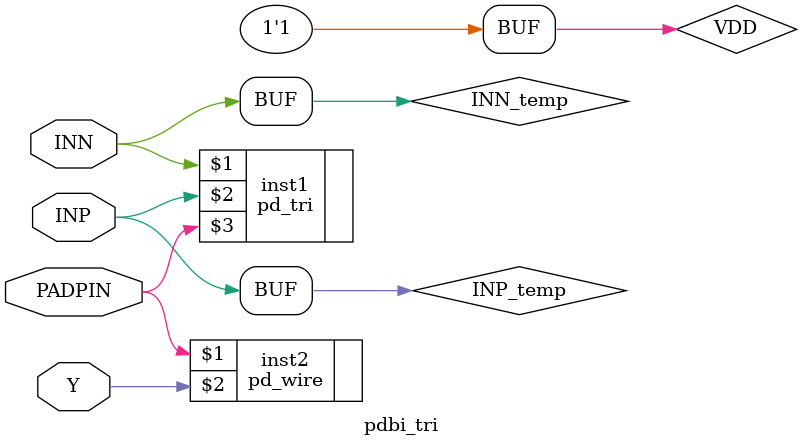
<source format=v>
module pdbi_tri(INN,INP,PADPIN,Y);
  parameter YPITCH = "4MA";
  parameter SLIM_FLAG = 0;
  parameter
        d_INN_r = 0,
        d_INN_f = 0,
        d_INP_r = 0,
        d_INP_f = 0,
        d_PADPIN_r = 1,
        d_PADPIN_f = 1,
        d_Y_r = 1,
        d_Y_f = 1;
  input  INN;
  input  INP;
  inout  PADPIN;
  inout  Y;
  wire  INN_temp;
  wire  INP_temp;
  wire  PADPIN_temp;
  wire  Y_temp;
  supply1  VDD;
  assign #(d_INN_r,d_INN_f) INN_temp = INN;
  assign #(d_INP_r,d_INP_f) INP_temp = INP;
  pd_wire inst2 (PADPIN,Y);
  pd_tri inst1 (INN_temp,INP_temp,PADPIN);
endmodule

</source>
